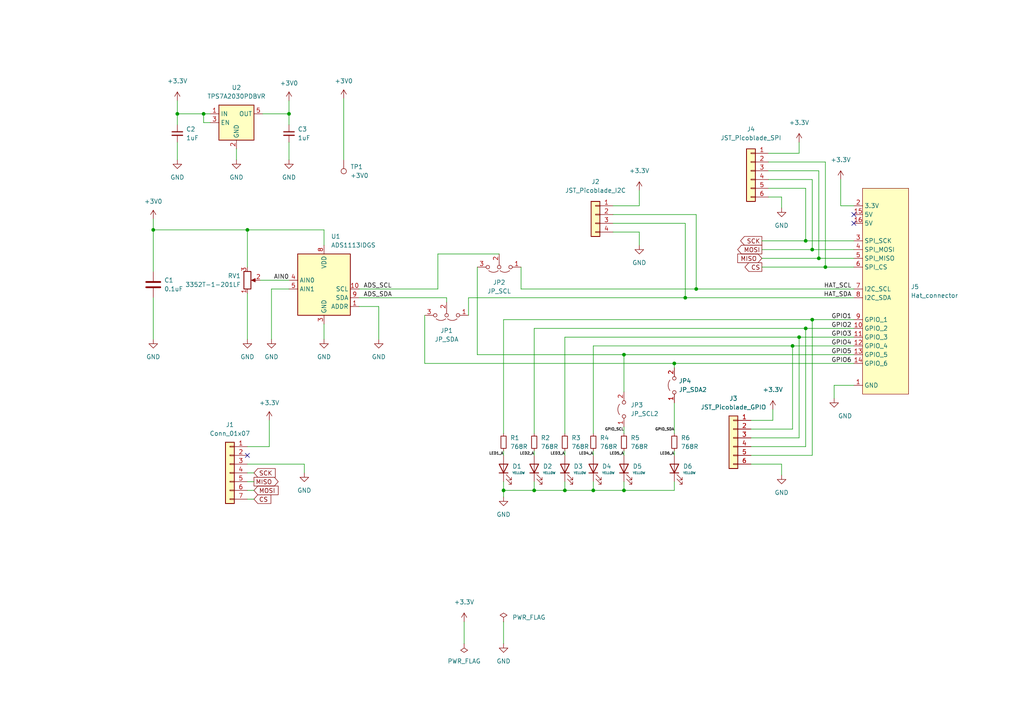
<source format=kicad_sch>
(kicad_sch (version 20211123) (generator eeschema)
  (paper "A4")
  (title_block (title "Orion Testing Jig") (date "2022-11-05") (company "EPFL Xplore") (comment 2 "Author: Vincent Nguyen"))
  (lib_symbols
    (symbol "0_connectors:Hat_connector"
      (property "Reference" "J" (at -6.35 -26.035 0))
      (property "Value" "Hat_connector" (at -6.985 36.195 0))
      (symbol "Hat_connector_0_0"
        (pin power_in line (at -9.525 -22.225 0) (length 2.54) (name "GND") (number "1"))
        (pin bidirectional line (at -9.525 -5.715 0) (length 2.54) (name "GPIO_2") (number "10"))
        (pin bidirectional line (at -9.525 -8.255 0) (length 2.54) (name "GPIO_3") (number "11"))
        (pin bidirectional line (at -9.525 -10.795 0) (length 2.54) (name "GPIO_4") (number "12"))
        (pin bidirectional line (at -9.525 -13.335 0) (length 2.54) (name "GPIO_5") (number "13"))
        (pin bidirectional line (at -9.525 -15.875 0) (length 2.54) (name "GPIO_6") (number "14"))
        (pin power_in line (at -9.525 27.305 0) (length 2.54) (name "5V") (number "15"))
        (pin power_in line (at -9.525 24.765 0) (length 2.54) (name "5V") (number "16"))
        (pin power_in line (at -9.525 29.845 0) (length 2.54) (name "3.3V") (number "2"))
        (pin output line (at -9.525 19.685 0) (length 2.54) (name "SPI_SCK") (number "3"))
        (pin output line (at -9.525 17.145 0) (length 2.54) (name "SPI_MOSI") (number "4"))
        (pin input line (at -9.525 14.605 0) (length 2.54) (name "SPI_MISO") (number "5"))
        (pin output line (at -9.525 12.065 0) (length 2.54) (name "SPI_CS") (number "6"))
        (pin output line (at -9.525 5.715 0) (length 2.54) (name "I2C_SCL") (number "7"))
        (pin bidirectional line (at -9.525 3.175 0) (length 2.54) (name "I2C_SDA") (number "8"))
        (pin bidirectional line (at -9.525 -3.175 0) (length 2.54) (name "GPIO_1") (number "9"))
      )
      (symbol "Hat_connector_0_1"
        (rectangle (start -6.985 34.925) (end 6.35 -24.765) (fill (type background)))
      )
    )
    (symbol "0_regulator_linear:TPS7A2030PDBVR"
      (property "Reference" "U" (at 0 0 0))
      (property "Value" "TPS7A2030PDBVR" (at 0 8.255 0))
      (symbol "TPS7A2030PDBVR_0_1"
        (rectangle (start -5.08 -5.08) (end 5.08 5.08) (stroke (width 0.254)) (fill (type background)))
        (pin power_in line (at -7.62 2.54 0) (length 2.54) (name "IN") (number "1"))
        (pin power_in line (at 0 -7.62 90) (length 2.54) (name "GND") (number "2"))
        (pin input line (at -7.62 0 0) (length 2.54) (name "EN") (number "3"))
        (pin no_connect line (at 5.08 0 180) (length 2.54) hide (name "NC") (number "4"))
        (pin power_out line (at 7.62 2.54 180) (length 2.54) (name "OUT") (number "5"))
      )
    )
    (symbol "Analog_ADC:ADS1113IDGS"
      (property "Reference" "U" (at 2.54 13.97 0))
      (property "Value" "ADS1113IDGS" (at 7.62 11.43 0))
      (symbol "ADS1113IDGS_0_1"
        (rectangle (start -7.62 10.16) (end 7.62 -7.62) (stroke (width 0.254)) (fill (type background)))
      )
      (symbol "ADS1113IDGS_1_1"
        (pin input line (at 10.16 -5.08 180) (length 2.54) (name "ADDR") (number "1"))
        (pin input line (at 10.16 0 180) (length 2.54) (name "SCL") (number "10"))
        (pin no_connect line (at 7.62 7.62 180) (length 2.54) hide (name "~") (number "2"))
        (pin power_in line (at 0 -10.16 90) (length 2.54) (name "GND") (number "3"))
        (pin input line (at -10.16 2.54 0) (length 2.54) (name "AIN0") (number "4"))
        (pin input line (at -10.16 0 0) (length 2.54) (name "AIN1") (number "5"))
        (pin no_connect line (at 7.62 5.08 180) (length 2.54) hide (name "~") (number "6"))
        (pin no_connect line (at 7.62 2.54 180) (length 2.54) hide (name "~") (number "7"))
        (pin power_in line (at 0 12.7 270) (length 2.54) (name "VDD") (number "8"))
        (pin bidirectional line (at 10.16 -2.54 180) (length 2.54) (name "SDA") (number "9"))
      )
    )
    (symbol "Connector:TestPoint" (pin_numbers hide) (pin_names (offset 0.762) hide)
      (property "Reference" "TP" (at 0 6.858 0))
      (property "Value" "TestPoint" (at 0 5.08 0))
      (symbol "TestPoint_0_1"
        (circle (center 0 3.302) (radius 0.762))
      )
      (symbol "TestPoint_1_1"
        (pin passive line (at 0 0 90) (length 2.54) (name "1") (number "1"))
      )
    )
    (symbol "Connector_Generic:Conn_01x04" (pin_names (offset 1.016) hide)
      (property "Reference" "J" (at 0 5.08 0))
      (property "Value" "Conn_01x04" (at 0 -7.62 0))
      (symbol "Conn_01x04_1_1"
        (rectangle (start -1.27 -4.953) (end 0 -5.207) (stroke (width 0.1524)))
        (rectangle (start -1.27 -2.413) (end 0 -2.667) (stroke (width 0.1524)))
        (rectangle (start -1.27 0.127) (end 0 -0.127) (stroke (width 0.1524)))
        (rectangle (start -1.27 2.667) (end 0 2.413) (stroke (width 0.1524)))
        (rectangle (start -1.27 3.81) (end 1.27 -6.35) (stroke (width 0.254)) (fill (type background)))
        (pin passive line (at -5.08 2.54 0) (length 3.81) (name "Pin_1") (number "1"))
        (pin passive line (at -5.08 0 0) (length 3.81) (name "Pin_2") (number "2"))
        (pin passive line (at -5.08 -2.54 0) (length 3.81) (name "Pin_3") (number "3"))
        (pin passive line (at -5.08 -5.08 0) (length 3.81) (name "Pin_4") (number "4"))
      )
    )
    (symbol "Connector_Generic:Conn_01x06" (pin_names (offset 1.016) hide)
      (property "Reference" "J" (at 0 7.62 0))
      (property "Value" "Conn_01x06" (at 0 -10.16 0))
      (symbol "Conn_01x06_1_1"
        (rectangle (start -1.27 -7.493) (end 0 -7.747) (stroke (width 0.1524)))
        (rectangle (start -1.27 -4.953) (end 0 -5.207) (stroke (width 0.1524)))
        (rectangle (start -1.27 -2.413) (end 0 -2.667) (stroke (width 0.1524)))
        (rectangle (start -1.27 0.127) (end 0 -0.127) (stroke (width 0.1524)))
        (rectangle (start -1.27 2.667) (end 0 2.413) (stroke (width 0.1524)))
        (rectangle (start -1.27 5.207) (end 0 4.953) (stroke (width 0.1524)))
        (rectangle (start -1.27 6.35) (end 1.27 -8.89) (stroke (width 0.254)) (fill (type background)))
        (pin passive line (at -5.08 5.08 0) (length 3.81) (name "Pin_1") (number "1"))
        (pin passive line (at -5.08 2.54 0) (length 3.81) (name "Pin_2") (number "2"))
        (pin passive line (at -5.08 0 0) (length 3.81) (name "Pin_3") (number "3"))
        (pin passive line (at -5.08 -2.54 0) (length 3.81) (name "Pin_4") (number "4"))
        (pin passive line (at -5.08 -5.08 0) (length 3.81) (name "Pin_5") (number "5"))
        (pin passive line (at -5.08 -7.62 0) (length 3.81) (name "Pin_6") (number "6"))
      )
    )
    (symbol "Connector_Generic:Conn_01x07" (pin_names (offset 1.016) hide)
      (property "Reference" "J" (at 0 10.16 0))
      (property "Value" "Conn_01x07" (at 0 -10.16 0))
      (symbol "Conn_01x07_1_1"
        (rectangle (start -1.27 -7.493) (end 0 -7.747) (stroke (width 0.1524)))
        (rectangle (start -1.27 -4.953) (end 0 -5.207) (stroke (width 0.1524)))
        (rectangle (start -1.27 -2.413) (end 0 -2.667) (stroke (width 0.1524)))
        (rectangle (start -1.27 0.127) (end 0 -0.127) (stroke (width 0.1524)))
        (rectangle (start -1.27 2.667) (end 0 2.413) (stroke (width 0.1524)))
        (rectangle (start -1.27 5.207) (end 0 4.953) (stroke (width 0.1524)))
        (rectangle (start -1.27 7.747) (end 0 7.493) (stroke (width 0.1524)))
        (rectangle (start -1.27 8.89) (end 1.27 -8.89) (stroke (width 0.254)) (fill (type background)))
        (pin passive line (at -5.08 7.62 0) (length 3.81) (name "Pin_1") (number "1"))
        (pin passive line (at -5.08 5.08 0) (length 3.81) (name "Pin_2") (number "2"))
        (pin passive line (at -5.08 2.54 0) (length 3.81) (name "Pin_3") (number "3"))
        (pin passive line (at -5.08 0 0) (length 3.81) (name "Pin_4") (number "4"))
        (pin passive line (at -5.08 -2.54 0) (length 3.81) (name "Pin_5") (number "5"))
        (pin passive line (at -5.08 -5.08 0) (length 3.81) (name "Pin_6") (number "6"))
        (pin passive line (at -5.08 -7.62 0) (length 3.81) (name "Pin_7") (number "7"))
      )
    )
    (symbol "Device:C" (pin_numbers hide) (pin_names (offset 0.254))
      (property "Reference" "C" (at 0.635 2.54 0))
      (property "Value" "C" (at 0.635 -2.54 0))
      (symbol "C_0_1"
        (polyline (pts (xy -2.032 -0.762) (xy 2.032 -0.762)) (stroke (width 0.508)))
        (polyline (pts (xy -2.032 0.762) (xy 2.032 0.762)) (stroke (width 0.508)))
      )
      (symbol "C_1_1"
        (pin passive line (at 0 3.81 270) (length 2.794) (name "~") (number "1"))
        (pin passive line (at 0 -3.81 90) (length 2.794) (name "~") (number "2"))
      )
    )
    (symbol "Device:C_Small" (pin_numbers hide) (pin_names (offset 0.254) hide)
      (property "Reference" "C" (at 0.254 1.778 0))
      (property "Value" "C_Small" (at 0.254 -2.032 0))
      (symbol "C_Small_0_1"
        (polyline (pts (xy -1.524 -0.508) (xy 1.524 -0.508)) (stroke (width 0.3302)))
        (polyline (pts (xy -1.524 0.508) (xy 1.524 0.508)) (stroke (width 0.3048)))
      )
      (symbol "C_Small_1_1"
        (pin passive line (at 0 2.54 270) (length 2.032) (name "~") (number "1"))
        (pin passive line (at 0 -2.54 90) (length 2.032) (name "~") (number "2"))
      )
    )
    (symbol "Device:LED" (pin_numbers hide) (pin_names (offset 1.016) hide)
      (property "Reference" "D" (at 0 2.54 0))
      (property "Value" "LED" (at 0 -2.54 0))
      (symbol "LED_0_1"
        (polyline (pts (xy -1.27 -1.27) (xy -1.27 1.27)) (stroke (width 0.254)))
        (polyline (pts (xy -1.27 0) (xy 1.27 0)))
        (polyline (pts (xy 1.27 -1.27) (xy 1.27 1.27) (xy -1.27 0) (xy 1.27 -1.27)) (stroke (width 0.254)))
        (polyline (pts (xy -3.048 -0.762) (xy -4.572 -2.286) (xy -3.81 -2.286) (xy -4.572 -2.286) (xy -4.572 -1.524)))
        (polyline (pts (xy -1.778 -0.762) (xy -3.302 -2.286) (xy -2.54 -2.286) (xy -3.302 -2.286) (xy -3.302 -1.524)))
      )
      (symbol "LED_1_1"
        (pin passive line (at -3.81 0 0) (length 2.54) (name "K") (number "1"))
        (pin passive line (at 3.81 0 180) (length 2.54) (name "A") (number "2"))
      )
    )
    (symbol "Device:R_Potentiometer" (pin_names (offset 1.016) hide)
      (property "Reference" "RV" (at -4.445 0 90))
      (property "Value" "R_Potentiometer" (at -2.54 0 90))
      (symbol "R_Potentiometer_0_1"
        (polyline (pts (xy 2.54 0) (xy 1.524 0)))
        (polyline (pts (xy 1.143 0) (xy 2.286 0.508) (xy 2.286 -0.508) (xy 1.143 0)) (fill (type outline)))
        (rectangle (start 1.016 2.54) (end -1.016 -2.54) (stroke (width 0.254)))
      )
      (symbol "R_Potentiometer_1_1"
        (pin passive line (at 0 3.81 270) (length 1.27) (name "1") (number "1"))
        (pin passive line (at 3.81 0 180) (length 1.27) (name "2") (number "2"))
        (pin passive line (at 0 -3.81 90) (length 1.27) (name "3") (number "3"))
      )
    )
    (symbol "Device:R_Small" (pin_numbers hide) (pin_names (offset 0.254) hide)
      (property "Reference" "R" (at 0.762 0.508 0))
      (property "Value" "R_Small" (at 0.762 -1.016 0))
      (symbol "R_Small_0_1"
        (rectangle (start -0.762 1.778) (end 0.762 -1.778) (stroke (width 0.2032)))
      )
      (symbol "R_Small_1_1"
        (pin passive line (at 0 2.54 270) (length 0.762) (name "~") (number "1"))
        (pin passive line (at 0 -2.54 90) (length 0.762) (name "~") (number "2"))
      )
    )
    (symbol "Jumper:Jumper_2_Open" (pin_names (offset 0) hide)
      (property "Reference" "JP" (at 0 2.794 0))
      (property "Value" "Jumper_2_Open" (at 0 -2.286 0))
      (symbol "Jumper_2_Open_0_0"
        (circle (center -2.032 0) (radius 0.508))
        (circle (center 2.032 0) (radius 0.508))
      )
      (symbol "Jumper_2_Open_0_1"
        (arc (start 1.524 1.27) (mid 0 1.778) (end -1.524 1.27))
      )
      (symbol "Jumper_2_Open_1_1"
        (pin passive line (at -5.08 0 0) (length 2.54) (name "A") (number "1"))
        (pin passive line (at 5.08 0 180) (length 2.54) (name "B") (number "2"))
      )
    )
    (symbol "Jumper:Jumper_3_Open" (pin_names (offset 0) hide)
      (property "Reference" "JP" (at -2.54 -2.54 0))
      (property "Value" "Jumper_3_Open" (at 0 2.794 0))
      (symbol "Jumper_3_Open_0_0"
        (circle (center -3.302 0) (radius 0.508))
        (circle (center 0 0) (radius 0.508))
        (circle (center 3.302 0) (radius 0.508))
      )
      (symbol "Jumper_3_Open_0_1"
        (arc (start -0.254 1.016) (mid -1.651 1.4992) (end -3.048 1.016))
        (polyline (pts (xy 0 -0.508) (xy 0 -1.27)))
        (arc (start 3.048 1.016) (mid 1.651 1.4992) (end 0.254 1.016))
      )
      (symbol "Jumper_3_Open_1_1"
        (pin passive line (at -6.35 0 0) (length 2.54) (name "A") (number "1"))
        (pin passive line (at 0 -3.81 90) (length 2.54) (name "C") (number "2"))
        (pin passive line (at 6.35 0 180) (length 2.54) (name "B") (number "3"))
      )
    )
    (symbol "power:+3.3V" (power) (pin_names (offset 0))
      (property "Value" "+3.3V" (at 0 3.556 0))
      (symbol "+3.3V_0_1"
        (polyline (pts (xy -0.762 1.27) (xy 0 2.54)))
        (polyline (pts (xy 0 0) (xy 0 2.54)))
        (polyline (pts (xy 0 2.54) (xy 0.762 1.27)))
      )
      (symbol "+3.3V_1_1"
        (pin power_in line (at 0 0 90) (length 0) hide (name "+3.3V") (number "1"))
      )
    )
    (symbol "power:+3V0" (power) (pin_names (offset 0))
      (property "Value" "+3V0" (at 0 3.556 0))
      (symbol "+3V0_0_1"
        (polyline (pts (xy -0.762 1.27) (xy 0 2.54)))
        (polyline (pts (xy 0 0) (xy 0 2.54)))
        (polyline (pts (xy 0 2.54) (xy 0.762 1.27)))
      )
      (symbol "+3V0_1_1"
        (pin power_in line (at 0 0 90) (length 0) hide (name "+3V0") (number "1"))
      )
    )
    (symbol "power:GND" (power) (pin_names (offset 0))
      (property "Value" "GND" (at 0 -3.81 0))
      (symbol "GND_0_1"
        (polyline (pts (xy 0 0) (xy 0 -1.27) (xy 1.27 -1.27) (xy 0 -2.54) (xy -1.27 -1.27) (xy 0 -1.27)))
      )
      (symbol "GND_1_1"
        (pin power_in line (at 0 0 270) (length 0) hide (name "GND") (number "1"))
      )
    )
    (symbol "power:PWR_FLAG" (power) (pin_numbers hide) (pin_names (offset 0) hide)
      (property "Value" "PWR_FLAG" (at 0 3.81 0))
      (symbol "PWR_FLAG_0_0"
        (pin power_out line (at 0 0 90) (length 0) (name "pwr") (number "1"))
      )
      (symbol "PWR_FLAG_0_1"
        (polyline (pts (xy 0 0) (xy 0 1.27) (xy -1.016 1.905) (xy 0 2.54) (xy 1.016 1.905) (xy 0 1.27)))
      )
    )
  )
  (junction (at 233.68 95.25))
  (junction (at 83.82 33.02))
  (junction (at 71.755 66.675))
  (junction (at 201.93 83.82))
  (junction (at 146.05 142.24))
  (junction (at 235.585 72.39))
  (junction (at 231.775 97.79))
  (junction (at 154.94 142.24))
  (junction (at 44.45 66.675))
  (junction (at 59.055 33.02))
  (junction (at 233.68 69.85))
  (junction (at 163.83 142.24))
  (junction (at 180.975 102.87))
  (junction (at 195.58 105.41))
  (junction (at 198.755 86.36))
  (junction (at 229.87 100.33))
  (junction (at 51.435 33.02))
  (junction (at 180.975 142.24))
  (junction (at 235.585 92.71))
  (junction (at 239.395 77.47))
  (junction (at 237.49 74.93))
  (junction (at 172.085 142.24))
  (no_connect (at 247.65 64.77))
  (no_connect (at 247.65 62.23))
  (no_connect (at 71.755 132.08))
  (wire (pts (xy 172.085 142.24) (xy 172.085 139.7)))
  (wire (pts (xy 93.98 93.98) (xy 93.98 98.425)))
  (wire (pts (xy 222.885 52.07) (xy 235.585 52.07)))
  (wire (pts (xy 220.98 74.93) (xy 237.49 74.93)))
  (wire (pts (xy 88.265 137.16) (xy 88.265 134.62)))
  (wire (pts (xy 177.8 64.77) (xy 198.755 64.77)))
  (wire (pts (xy 83.82 41.275) (xy 83.82 46.355)))
  (wire (pts (xy 138.43 77.47) (xy 138.43 102.87)))
  (wire (pts (xy 224.155 118.745) (xy 224.155 121.92)))
  (wire (pts (xy 154.94 125.73) (xy 154.94 95.25)))
  (wire (pts (xy 222.885 49.53) (xy 237.49 49.53)))
  (wire (pts (xy 93.98 66.675) (xy 71.755 66.675)))
  (wire (pts (xy 163.83 125.73) (xy 163.83 97.79)))
  (wire (pts (xy 146.05 142.24) (xy 146.05 144.145)))
  (wire (pts (xy 78.74 83.82) (xy 83.82 83.82)))
  (wire (pts (xy 229.87 100.33) (xy 229.87 124.46)))
  (wire (pts (xy 154.94 142.24) (xy 154.94 139.7)))
  (wire (pts (xy 185.42 71.12) (xy 185.42 67.31)))
  (wire (pts (xy 237.49 49.53) (xy 237.49 74.93)))
  (wire (pts (xy 146.05 142.24) (xy 154.94 142.24)))
  (wire (pts (xy 231.775 44.45) (xy 222.885 44.45)))
  (wire (pts (xy 146.05 125.73) (xy 146.05 92.71)))
  (wire (pts (xy 154.94 95.25) (xy 233.68 95.25)))
  (wire (pts (xy 235.585 92.71) (xy 247.65 92.71)))
  (wire (pts (xy 195.58 142.24) (xy 195.58 139.7)))
  (wire (pts (xy 231.775 97.79) (xy 231.775 127)))
  (wire (pts (xy 51.435 29.21) (xy 51.435 33.02)))
  (wire (pts (xy 71.755 142.24) (xy 73.66 142.24)))
  (wire (pts (xy 239.395 77.47) (xy 247.65 77.47)))
  (wire (pts (xy 201.93 62.23) (xy 201.93 83.82)))
  (wire (pts (xy 44.45 66.675) (xy 44.45 63.5)))
  (wire (pts (xy 123.19 105.41) (xy 195.58 105.41)))
  (wire (pts (xy 243.84 52.07) (xy 243.84 59.69)))
  (wire (pts (xy 217.805 124.46) (xy 229.87 124.46)))
  (wire (pts (xy 172.085 142.24) (xy 180.975 142.24)))
  (wire (pts (xy 51.435 33.02) (xy 59.055 33.02)))
  (wire (pts (xy 217.805 127) (xy 231.775 127)))
  (wire (pts (xy 233.68 95.25) (xy 233.68 129.54)))
  (wire (pts (xy 154.94 142.24) (xy 163.83 142.24)))
  (wire (pts (xy 163.83 139.7) (xy 163.83 142.24)))
  (wire (pts (xy 127 73.66) (xy 127 83.82)))
  (wire (pts (xy 235.585 72.39) (xy 247.65 72.39)))
  (wire (pts (xy 154.94 130.81) (xy 154.94 132.08)))
  (wire (pts (xy 226.695 134.62) (xy 217.805 134.62)))
  (wire (pts (xy 129.54 86.36) (xy 129.54 87.63)))
  (wire (pts (xy 226.695 137.795) (xy 226.695 134.62)))
  (wire (pts (xy 235.585 92.71) (xy 235.585 132.08)))
  (wire (pts (xy 233.68 69.85) (xy 247.65 69.85)))
  (wire (pts (xy 243.84 59.69) (xy 247.65 59.69)))
  (wire (pts (xy 235.585 52.07) (xy 235.585 72.39)))
  (wire (pts (xy 239.395 46.99) (xy 239.395 77.47)))
  (wire (pts (xy 180.975 125.73) (xy 180.975 123.825)))
  (wire (pts (xy 134.62 180.34) (xy 134.62 186.69)))
  (wire (pts (xy 177.8 62.23) (xy 201.93 62.23)))
  (wire (pts (xy 104.14 86.36) (xy 129.54 86.36)))
  (wire (pts (xy 83.82 29.21) (xy 83.82 33.02)))
  (wire (pts (xy 172.085 125.73) (xy 172.085 100.33)))
  (wire (pts (xy 217.805 129.54) (xy 233.68 129.54)))
  (wire (pts (xy 172.085 130.81) (xy 172.085 132.08)))
  (wire (pts (xy 83.82 33.02) (xy 76.2 33.02)))
  (wire (pts (xy 220.98 69.85) (xy 233.68 69.85)))
  (wire (pts (xy 195.58 105.41) (xy 195.58 106.68)))
  (wire (pts (xy 51.435 33.02) (xy 51.435 36.195)))
  (wire (pts (xy 146.05 130.81) (xy 146.05 132.08)))
  (wire (pts (xy 222.885 46.99) (xy 239.395 46.99)))
  (wire (pts (xy 226.695 60.325) (xy 226.695 57.15)))
  (wire (pts (xy 123.19 91.44) (xy 123.19 105.41)))
  (wire (pts (xy 185.42 59.69) (xy 177.8 59.69)))
  (wire (pts (xy 59.055 33.02) (xy 60.96 33.02)))
  (wire (pts (xy 71.755 144.78) (xy 73.66 144.78)))
  (wire (pts (xy 60.96 35.56) (xy 59.055 35.56)))
  (wire (pts (xy 180.975 142.24) (xy 195.58 142.24)))
  (wire (pts (xy 185.42 55.245) (xy 185.42 59.69)))
  (wire (pts (xy 151.13 77.47) (xy 151.13 83.82)))
  (wire (pts (xy 71.755 134.62) (xy 88.265 134.62)))
  (wire (pts (xy 241.935 115.57) (xy 241.935 111.76)))
  (wire (pts (xy 224.155 121.92) (xy 217.805 121.92)))
  (wire (pts (xy 71.755 129.54) (xy 78.105 129.54)))
  (wire (pts (xy 44.45 86.36) (xy 44.45 98.425)))
  (wire (pts (xy 231.775 97.79) (xy 247.65 97.79)))
  (wire (pts (xy 233.68 54.61) (xy 233.68 69.85)))
  (wire (pts (xy 220.98 72.39) (xy 235.585 72.39)))
  (wire (pts (xy 198.755 64.77) (xy 198.755 86.36)))
  (wire (pts (xy 75.565 81.28) (xy 83.82 81.28)))
  (wire (pts (xy 93.98 66.675) (xy 93.98 71.12)))
  (wire (pts (xy 195.58 125.73) (xy 195.58 116.84)))
  (wire (pts (xy 78.74 98.425) (xy 78.74 83.82)))
  (wire (pts (xy 146.05 139.7) (xy 146.05 142.24)))
  (wire (pts (xy 229.87 100.33) (xy 247.65 100.33)))
  (wire (pts (xy 146.05 92.71) (xy 235.585 92.71)))
  (wire (pts (xy 99.695 28.575) (xy 99.695 46.355)))
  (wire (pts (xy 198.755 86.36) (xy 135.89 86.36)))
  (wire (pts (xy 127 73.66) (xy 144.78 73.66)))
  (wire (pts (xy 185.42 67.31) (xy 177.8 67.31)))
  (wire (pts (xy 71.755 139.7) (xy 73.66 139.7)))
  (wire (pts (xy 163.83 97.79) (xy 231.775 97.79)))
  (wire (pts (xy 44.45 78.74) (xy 44.45 66.675)))
  (wire (pts (xy 151.13 83.82) (xy 201.93 83.82)))
  (wire (pts (xy 217.805 132.08) (xy 235.585 132.08)))
  (wire (pts (xy 71.755 137.16) (xy 73.66 137.16)))
  (wire (pts (xy 127 83.82) (xy 104.14 83.82)))
  (wire (pts (xy 180.975 142.24) (xy 180.975 139.7)))
  (wire (pts (xy 71.755 66.675) (xy 71.755 77.47)))
  (wire (pts (xy 241.935 111.76) (xy 247.65 111.76)))
  (wire (pts (xy 231.775 41.275) (xy 231.775 44.45)))
  (wire (pts (xy 195.58 130.81) (xy 195.58 132.08)))
  (wire (pts (xy 233.68 95.25) (xy 247.65 95.25)))
  (wire (pts (xy 138.43 102.87) (xy 180.975 102.87)))
  (wire (pts (xy 109.855 88.9) (xy 104.14 88.9)))
  (wire (pts (xy 146.05 180.34) (xy 146.05 186.69)))
  (wire (pts (xy 237.49 74.93) (xy 247.65 74.93)))
  (wire (pts (xy 44.45 66.675) (xy 71.755 66.675)))
  (wire (pts (xy 68.58 46.355) (xy 68.58 43.18)))
  (wire (pts (xy 109.855 98.425) (xy 109.855 88.9)))
  (wire (pts (xy 83.82 33.02) (xy 83.82 36.195)))
  (wire (pts (xy 163.83 130.81) (xy 163.83 132.08)))
  (wire (pts (xy 180.975 113.665) (xy 180.975 102.87)))
  (wire (pts (xy 180.975 130.81) (xy 180.975 132.08)))
  (wire (pts (xy 135.89 86.36) (xy 135.89 91.44)))
  (wire (pts (xy 180.975 102.87) (xy 247.65 102.87)))
  (wire (pts (xy 78.105 121.92) (xy 78.105 129.54)))
  (wire (pts (xy 51.435 41.275) (xy 51.435 46.355)))
  (wire (pts (xy 71.755 85.09) (xy 71.755 98.425)))
  (wire (pts (xy 195.58 105.41) (xy 247.65 105.41)))
  (wire (pts (xy 222.885 54.61) (xy 233.68 54.61)))
  (wire (pts (xy 172.085 100.33) (xy 229.87 100.33)))
  (wire (pts (xy 201.93 83.82) (xy 247.65 83.82)))
  (wire (pts (xy 59.055 35.56) (xy 59.055 33.02)))
  (wire (pts (xy 163.83 142.24) (xy 172.085 142.24)))
  (wire (pts (xy 220.98 77.47) (xy 239.395 77.47)))
  (wire (pts (xy 226.695 57.15) (xy 222.885 57.15)))
  (wire (pts (xy 247.65 86.36) (xy 198.755 86.36)))
  (label "LED4_A" (at 172.085 132.08 180) (effects (font (size 0.762 0.762))))
  (label "ADS_SDA" (at 105.41 86.36 0))
  (label "GPIO2" (at 247.015 95.25 180))
  (label "LED6_A" (at 195.58 132.08 180) (effects (font (size 0.762 0.762))))
  (label "GPIO_SCL" (at 180.975 125.095 180) (effects (font (size 0.762 0.762))))
  (label "GPIO1" (at 247.015 92.71 180))
  (label "ADS_SCL" (at 105.41 83.82 0))
  (label "GPIO4" (at 247.015 100.33 180))
  (label "LED2_A" (at 154.94 132.08 180) (effects (font (size 0.762 0.762))))
  (label "LED3_A" (at 163.83 132.08 180) (effects (font (size 0.762 0.762))))
  (label "HAT_SDA" (at 247.015 86.36 180))
  (label "HAT_SCL" (at 247.015 83.82 180))
  (label "AIN0" (at 83.82 81.28 180))
  (label "GPIO6" (at 247.015 105.41 180))
  (label "LED5_A" (at 180.975 132.08 180) (effects (font (size 0.762 0.762))))
  (label "GPIO_SDA" (at 195.58 125.095 180) (effects (font (size 0.762 0.762))))
  (label "GPIO5" (at 247.015 102.87 180))
  (label "LED1_A" (at 146.05 132.08 180) (effects (font (size 0.762 0.762))))
  (label "GPIO3" (at 247.015 97.79 180))
  (global_label "MISO" (shape output) (at 73.66 139.7 0) (property "Intersheet References" "${INTERSHEET_REFS}" (effects hide)))
  (global_label "MISO" (shape input) (at 220.98 74.93 180) (property "Intersheet References" "${INTERSHEET_REFS}" (effects hide)))
  (global_label "MOSI" (shape output) (at 220.98 72.39 180) (property "Intersheet References" "${INTERSHEET_REFS}" (effects hide)))
  (global_label "SCK" (shape input) (at 73.66 137.16 0) (property "Intersheet References" "${INTERSHEET_REFS}" (effects hide)))
  (global_label "CS" (shape input) (at 73.66 144.78 0) (property "Intersheet References" "${INTERSHEET_REFS}" (effects hide)))
  (global_label "CS" (shape output) (at 220.98 77.47 180) (property "Intersheet References" "${INTERSHEET_REFS}" (effects hide)))
  (global_label "MOSI" (shape input) (at 73.66 142.24 0) (property "Intersheet References" "${INTERSHEET_REFS}" (effects hide)))
  (global_label "SCK" (shape output) (at 220.98 69.85 180) (property "Intersheet References" "${INTERSHEET_REFS}" (effects hide)))
  (symbol (lib_id "power:+3.3V") (at 231.775 41.275 0) (unit 1)
    (property "Reference" "#PWR0113" (effects hide))
    (property "Value" "+3.3V" (at 231.775 35.56 0))
  )
  (symbol (lib_id "power:GND") (at 78.74 98.425 0) (unit 1)
    (property "Reference" "#PWR0106" (effects hide))
    (property "Value" "GND" (at 78.74 103.505 0))
  )
  (symbol (lib_id "power:GND") (at 51.435 46.355 0) (unit 1)
    (property "Reference" "#PWR03" (effects hide))
    (property "Value" "GND" (at 51.435 51.435 0))
  )
  (symbol (lib_id "power:GND") (at 68.58 46.355 0) (unit 1)
    (property "Reference" "#PWR04" (effects hide))
    (property "Value" "GND" (at 68.58 51.435 0))
  )
  (symbol (lib_id "power:GND") (at 88.265 137.16 0) (unit 1)
    (property "Reference" "#PWR0110" (effects hide))
    (property "Value" "GND" (at 88.265 142.24 0))
  )
  (symbol (lib_id "Jumper:Jumper_2_Open") (at 180.975 118.745 90) (unit 1) (in_bom no)
    (property "Reference" "JP3" (at 182.88 117.4749 90) (effects (justify right)))
    (property "Value" "JP_SCL2" (at 182.88 120.0149 90) (effects (justify right)))
    (property "Footprint" "Jumper:SolderJumper-2_P1.3mm_Open_RoundedPad1.0x1.5mm" (effects hide))
  )
  (symbol (lib_id "power:+3V0") (at 99.695 28.575 0) (unit 1)
    (property "Reference" "#PWR08" (effects hide))
    (property "Value" "+3V0" (at 99.695 23.495 0))
  )
  (symbol (lib_id "power:GND") (at 146.05 186.69 0) (unit 1)
    (property "Reference" "#PWR0118" (effects hide))
    (property "Value" "GND" (at 146.05 191.77 0))
  )
  (symbol (lib_id "Connector_Generic:Conn_01x07") (at 66.675 137.16 0) (mirror y) (unit 1)
    (property "Reference" "J1" (at 66.675 123.19 0))
    (property "Value" "Conn_01x07" (at 66.675 125.73 0))
    (property "Footprint" "Connector_PinHeader_2.54mm:PinHeader_1x07_P2.54mm_Vertical" (effects hide))
  )
  (symbol (lib_id "power:GND") (at 226.695 60.325 0) (unit 1)
    (property "Reference" "#PWR0114" (effects hide))
    (property "Value" "GND" (at 226.695 65.405 0))
  )
  (symbol (lib_id "Device:C") (at 44.45 82.55 0) (unit 1)
    (property "Reference" "C1" (at 47.625 81.2799 0) (effects (justify left)))
    (property "Value" "0.1uF" (at 47.625 83.8199 0) (effects (justify left)))
    (property "Footprint" "Capacitor_SMD:C_0603_1608Metric" (effects hide))
  )
  (symbol (lib_id "Device:R_Small") (at 163.83 128.27 0) (unit 1)
    (property "Reference" "R3" (at 165.735 126.9999 0) (effects (justify left)))
    (property "Value" "768R" (at 165.735 129.5399 0) (effects (justify left)))
    (property "Footprint" "Resistor_SMD:R_0603_1608Metric" (effects hide))
  )
  (symbol (lib_id "Device:LED") (at 146.05 135.89 90) (unit 1)
    (property "Reference" "D1" (at 148.59 135.255 90) (effects (justify right)))
    (property "Value" "YELLOW" (at 148.59 137.1601 90) (effects (font (size 0.635 0.635)) (justify right)))
    (property "Footprint" "LED_SMD:LED_0603_1608Metric" (effects hide))
    (property "Datasheet" "https://www.bivar.com/parts_content/Datasheets/SM0603UYC.pdf" (effects hide))
    (property "Manufacturer ref" "SM0603UYC" (effects hide))
    (property "Digikey ref" "492-1325-1-ND" (effects hide))
  )
  (symbol (lib_id "Device:C_Small") (at 83.82 38.735 0) (unit 1)
    (property "Reference" "C3" (at 86.36 37.4712 0) (effects (justify left)))
    (property "Value" "1uF" (at 86.36 40.0112 0) (effects (justify left)))
    (property "Footprint" "Capacitor_SMD:C_0603_1608Metric" (effects hide))
  )
  (symbol (lib_id "Device:R_Potentiometer") (at 71.755 81.28 0) (mirror x) (unit 1)
    (property "Reference" "RV1" (at 69.85 80.0099 0) (effects (justify right)))
    (property "Value" "3352T-1-201LF" (at 69.85 82.5499 0) (effects (justify right)))
    (property "Footprint" "fp:TRIM_3352T-1-201LF" (effects hide))
    (property "Datasheet" "https://www.bourns.com/docs/Product-Datasheets/3352.pdf" (effects hide))
    (property "Manufacturer ref" "3352T-1-201LF" (effects hide))
    (property "Digikey ref" "3352T-201LF-ND" (effects hide))
  )
  (symbol (lib_id "Connector:TestPoint") (at 99.695 46.355 180) (unit 1) (in_bom no)
    (property "Reference" "TP1" (at 101.6 48.3869 0) (effects (justify right)))
    (property "Value" "+3V0" (at 101.6 50.9269 0) (effects (justify right)))
    (property "Footprint" "0_various:TestPoint" (effects hide))
  )
  (symbol (lib_id "power:+3.3V") (at 51.435 29.21 0) (unit 1)
    (property "Reference" "#PWR02" (effects hide))
    (property "Value" "+3.3V" (at 51.435 23.495 0))
  )
  (symbol (lib_id "Device:LED") (at 195.58 135.89 90) (unit 1)
    (property "Reference" "D6" (at 198.12 135.255 90) (effects (justify right)))
    (property "Value" "YELLOW" (at 198.12 137.1601 90) (effects (font (size 0.635 0.635)) (justify right)))
    (property "Footprint" "LED_SMD:LED_0603_1608Metric" (effects hide))
    (property "Datasheet" "https://www.bivar.com/parts_content/Datasheets/SM0603UYC.pdf" (effects hide))
    (property "Manufacturer ref" "SM0603UYC" (effects hide))
    (property "Digikey ref" "492-1325-1-ND" (effects hide))
  )
  (symbol (lib_id "power:+3V0") (at 44.45 63.5 0) (unit 1)
    (property "Reference" "#PWR01" (effects hide))
    (property "Value" "+3V0" (at 44.45 58.42 0))
  )
  (symbol (lib_id "Device:C_Small") (at 51.435 38.735 0) (unit 1)
    (property "Reference" "C2" (at 53.975 37.4712 0) (effects (justify left)))
    (property "Value" "1uF" (at 53.975 40.0112 0) (effects (justify left)))
    (property "Footprint" "Capacitor_SMD:C_0603_1608Metric" (effects hide))
  )
  (symbol (lib_id "Jumper:Jumper_3_Open") (at 144.78 77.47 180) (unit 1) (in_bom no)
    (property "Reference" "JP2" (at 144.78 81.915 0))
    (property "Value" "JP_SCL" (at 144.78 84.455 0))
    (property "Footprint" "Jumper:SolderJumper-3_P1.3mm_Open_RoundedPad1.0x1.5mm" (effects hide))
  )
  (symbol (lib_id "Connector_Generic:Conn_01x06") (at 217.805 49.53 0) (mirror y) (unit 1)
    (property "Reference" "J4" (at 217.805 37.465 0))
    (property "Value" "JST_Picoblade_SPI" (at 217.805 40.005 0))
    (property "Footprint" "0_connectors:PicoBlade_JST-GH-1x06_1.25mm_Vertical" (effects hide))
  )
  (symbol (lib_id "power:GND") (at 83.82 46.355 0) (unit 1)
    (property "Reference" "#PWR06" (effects hide))
    (property "Value" "GND" (at 83.82 51.435 0))
  )
  (symbol (lib_id "power:+3.3V") (at 78.105 121.92 0) (unit 1)
    (property "Reference" "#PWR0109" (effects hide))
    (property "Value" "+3.3V" (at 78.105 116.84 0))
  )
  (symbol (lib_id "power:PWR_FLAG") (at 146.05 180.34 0) (unit 1)
    (property "Reference" "#FLG0101" (effects hide))
    (property "Value" "PWR_FLAG" (at 148.59 179.0699 0) (effects (justify left)))
  )
  (symbol (lib_id "power:GND") (at 44.45 98.425 0) (unit 1)
    (property "Reference" "#PWR0111" (effects hide))
    (property "Value" "GND" (at 44.45 103.505 0))
  )
  (symbol (lib_id "power:GND") (at 93.98 98.425 0) (unit 1)
    (property "Reference" "#PWR0107" (effects hide))
    (property "Value" "GND" (at 93.98 103.505 0))
  )
  (symbol (lib_id "power:GND") (at 109.855 98.425 0) (unit 1)
    (property "Reference" "#PWR0101" (effects hide))
    (property "Value" "GND" (at 109.855 103.505 0))
  )
  (symbol (lib_id "Device:LED") (at 154.94 135.89 90) (unit 1)
    (property "Reference" "D2" (at 157.48 135.255 90) (effects (justify right)))
    (property "Value" "YELLOW" (at 157.48 137.1601 90) (effects (font (size 0.635 0.635)) (justify right)))
    (property "Footprint" "LED_SMD:LED_0603_1608Metric" (effects hide))
    (property "Datasheet" "https://www.bivar.com/parts_content/Datasheets/SM0603UYC.pdf" (effects hide))
    (property "Manufacturer ref" "SM0603UYC" (effects hide))
    (property "Digikey ref" "492-1325-1-ND" (effects hide))
  )
  (symbol (lib_id "Connector_Generic:Conn_01x06") (at 212.725 127 0) (mirror y) (unit 1)
    (property "Reference" "J3" (at 212.725 115.57 0))
    (property "Value" "JST_Picoblade_GPIO" (at 212.725 118.11 0))
    (property "Footprint" "0_connectors:PicoBlade_JST-GH-1x06_1.25mm_Vertical" (effects hide))
  )
  (symbol (lib_id "Device:R_Small") (at 180.975 128.27 0) (unit 1)
    (property "Reference" "R5" (at 182.88 126.9999 0) (effects (justify left)))
    (property "Value" "768R" (at 182.88 129.5399 0) (effects (justify left)))
    (property "Footprint" "Resistor_SMD:R_0603_1608Metric" (effects hide))
  )
  (symbol (lib_id "0_regulator_linear:TPS7A2030PDBVR") (at 68.58 35.56 0) (unit 1)
    (property "Reference" "U2" (at 68.58 25.4 0))
    (property "Value" "TPS7A2030PDBVR" (at 68.58 27.94 0))
    (property "Footprint" "Package_TO_SOT_SMD:SOT-23-5" (effects hide))
    (property "Datasheet" "https://www.ti.com/lit/ds/symlink/tps7a20.pdf?HQS=dis-dk-null-digikeymode-dsf-pf-null-wwe&ts=1667736407145" (effects hide))
    (property "Manufacturer ref" "TPS7A2030PDBVR" (effects hide))
    (property "Digikey ref" "296-TPS7A2030PDBVRCT-ND" (effects hide))
  )
  (symbol (lib_id "Device:LED") (at 163.83 135.89 90) (unit 1)
    (property "Reference" "D3" (at 166.37 135.255 90) (effects (justify right)))
    (property "Value" "YELLOW" (at 166.37 137.1601 90) (effects (font (size 0.635 0.635)) (justify right)))
    (property "Footprint" "LED_SMD:LED_0603_1608Metric" (effects hide))
    (property "Datasheet" "https://www.bivar.com/parts_content/Datasheets/SM0603UYC.pdf" (effects hide))
    (property "Manufacturer ref" "SM0603UYC" (effects hide))
    (property "Digikey ref" "492-1325-1-ND" (effects hide))
  )
  (symbol (lib_id "power:GND") (at 241.935 115.57 0) (unit 1)
    (property "Reference" "#PWR0117" (effects hide))
    (property "Value" "GND" (at 245.11 120.65 0))
  )
  (symbol (lib_id "power:GND") (at 226.695 137.795 0) (unit 1)
    (property "Reference" "#PWR0116" (effects hide))
    (property "Value" "GND" (at 226.695 142.875 0))
  )
  (symbol (lib_id "Device:R_Small") (at 146.05 128.27 0) (unit 1)
    (property "Reference" "R1" (at 147.955 126.9999 0) (effects (justify left)))
    (property "Value" "768R" (at 147.955 129.5399 0) (effects (justify left)))
    (property "Footprint" "Resistor_SMD:R_0603_1608Metric" (effects hide))
  )
  (symbol (lib_id "power:+3V0") (at 83.82 29.21 0) (unit 1)
    (property "Reference" "#PWR05" (effects hide))
    (property "Value" "+3V0" (at 83.82 24.13 0))
  )
  (symbol (lib_id "power:+3.3V") (at 134.62 180.34 0) (unit 1)
    (property "Reference" "#PWR0119" (effects hide))
    (property "Value" "+3.3V" (at 134.62 174.625 0))
  )
  (symbol (lib_id "0_connectors:Hat_connector") (at 257.175 89.535 0) (unit 1)
    (property "Reference" "J5" (at 264.16 83.1849 0) (effects (justify left)))
    (property "Value" "Hat_connector" (at 264.16 85.7249 0) (effects (justify left)))
    (property "Footprint" "0_connectors:Hat_connector" (effects hide))
  )
  (symbol (lib_id "power:PWR_FLAG") (at 134.62 186.69 180) (unit 1)
    (property "Reference" "#FLG0102" (effects hide))
    (property "Value" "PWR_FLAG" (at 134.62 191.77 0))
  )
  (symbol (lib_id "Device:LED") (at 172.085 135.89 90) (unit 1)
    (property "Reference" "D4" (at 174.625 135.255 90) (effects (justify right)))
    (property "Value" "YELLOW" (at 174.625 137.1601 90) (effects (font (size 0.635 0.635)) (justify right)))
    (property "Footprint" "LED_SMD:LED_0603_1608Metric" (effects hide))
    (property "Datasheet" "https://www.bivar.com/parts_content/Datasheets/SM0603UYC.pdf" (effects hide))
    (property "Manufacturer ref" "SM0603UYC" (effects hide))
    (property "Digikey ref" "492-1325-1-ND" (effects hide))
  )
  (symbol (lib_id "power:GND") (at 146.05 144.145 0) (unit 1)
    (property "Reference" "#PWR0104" (effects hide))
    (property "Value" "GND" (at 146.05 149.225 0))
  )
  (symbol (lib_id "power:+3.3V") (at 243.84 52.07 0) (unit 1)
    (property "Reference" "#PWR0112" (effects hide))
    (property "Value" "+3.3V" (at 243.84 46.355 0))
  )
  (symbol (lib_id "Device:R_Small") (at 172.085 128.27 0) (unit 1)
    (property "Reference" "R4" (at 173.99 126.9999 0) (effects (justify left)))
    (property "Value" "768R" (at 173.99 129.5399 0) (effects (justify left)))
    (property "Footprint" "Resistor_SMD:R_0603_1608Metric" (effects hide))
  )
  (symbol (lib_id "Connector_Generic:Conn_01x04") (at 172.72 62.23 0) (mirror y) (unit 1)
    (property "Reference" "J2" (at 172.72 52.705 0))
    (property "Value" "JST_Picoblade_I2C" (at 172.72 55.245 0))
    (property "Footprint" "0_connectors:PicoBlade-JST-GH-1x04_1.25mm_Vertical" (effects hide))
  )
  (symbol (lib_id "Device:R_Small") (at 195.58 128.27 0) (unit 1)
    (property "Reference" "R6" (at 197.485 126.9999 0) (effects (justify left)))
    (property "Value" "768R" (at 197.485 129.5399 0) (effects (justify left)))
    (property "Footprint" "Resistor_SMD:R_0603_1608Metric" (effects hide))
  )
  (symbol (lib_id "Jumper:Jumper_2_Open") (at 195.58 111.76 90) (unit 1) (in_bom no)
    (property "Reference" "JP4" (at 196.85 110.4899 90) (effects (justify right)))
    (property "Value" "JP_SDA2" (at 196.85 113.0299 90) (effects (justify right)))
    (property "Footprint" "Jumper:SolderJumper-2_P1.3mm_Open_RoundedPad1.0x1.5mm" (effects hide))
  )
  (symbol (lib_id "Device:LED") (at 180.975 135.89 90) (unit 1)
    (property "Reference" "D5" (at 183.515 135.255 90) (effects (justify right)))
    (property "Value" "YELLOW" (at 183.515 137.1601 90) (effects (font (size 0.635 0.635)) (justify right)))
    (property "Footprint" "LED_SMD:LED_0603_1608Metric" (effects hide))
    (property "Datasheet" "https://www.bivar.com/parts_content/Datasheets/SM0603UYC.pdf" (effects hide))
    (property "Manufacturer ref" "SM0603UYC" (effects hide))
    (property "Digikey ref" "492-1325-1-ND" (effects hide))
  )
  (symbol (lib_id "power:GND") (at 185.42 71.12 0) (unit 1)
    (property "Reference" "#PWR0103" (effects hide))
    (property "Value" "GND" (at 185.42 76.2 0))
  )
  (symbol (lib_id "power:GND") (at 71.755 98.425 0) (unit 1)
    (property "Reference" "#PWR0105" (effects hide))
    (property "Value" "GND" (at 71.755 103.505 0))
  )
  (symbol (lib_id "Analog_ADC:ADS1113IDGS") (at 93.98 83.82 0) (unit 1)
    (property "Reference" "U1" (at 95.9994 68.58 0) (effects (justify left)))
    (property "Value" "ADS1113IDGS" (at 95.9994 71.12 0) (effects (justify left)))
    (property "Footprint" "Package_SO:TSSOP-10_3x3mm_P0.5mm" (effects hide))
    (property "Datasheet" "http://www.ti.com/lit/ds/symlink/ads1113.pdf" (effects hide))
    (property "Manufacturer ref" "ADS1113IDGST" (effects hide))
    (property "Digikey ref" "296-24930-1-ND" (effects hide))
  )
  (symbol (lib_id "Device:R_Small") (at 154.94 128.27 0) (unit 1)
    (property "Reference" "R2" (at 156.845 126.9999 0) (effects (justify left)))
    (property "Value" "768R" (at 156.845 129.5399 0) (effects (justify left)))
    (property "Footprint" "Resistor_SMD:R_0603_1608Metric" (effects hide))
  )
  (symbol (lib_id "Jumper:Jumper_3_Open") (at 129.54 91.44 180) (unit 1) (in_bom no)
    (property "Reference" "JP1" (at 129.54 95.885 0))
    (property "Value" "JP_SDA" (at 129.54 98.425 0))
    (property "Footprint" "Jumper:SolderJumper-3_P1.3mm_Open_RoundedPad1.0x1.5mm" (effects hide))
  )
  (symbol (lib_id "power:+3.3V") (at 224.155 118.745 0) (unit 1)
    (property "Reference" "#PWR0115" (effects hide))
    (property "Value" "+3.3V" (at 224.155 113.03 0))
  )
  (symbol (lib_id "power:+3.3V") (at 185.42 55.245 0) (unit 1)
    (property "Reference" "#PWR07" (effects hide))
    (property "Value" "+3.3V" (at 185.42 49.53 0))
  )
)
</source>
